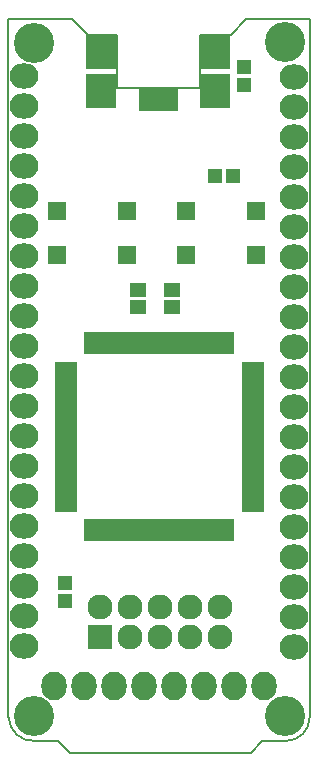
<source format=gbr>
G04 #@! TF.FileFunction,Soldermask,Top*
%FSLAX46Y46*%
G04 Gerber Fmt 4.6, Leading zero omitted, Abs format (unit mm)*
G04 Created by KiCad (PCBNEW 4.0.1-stable) date 10-Oct-16 12:47:22 PM*
%MOMM*%
G01*
G04 APERTURE LIST*
%ADD10C,0.100000*%
%ADD11C,0.150000*%
%ADD12C,3.400000*%
%ADD13O,2.127200X2.432000*%
%ADD14O,2.432000X2.127200*%
%ADD15R,2.127200X2.127200*%
%ADD16O,2.127200X2.127200*%
%ADD17R,0.800000X1.900000*%
%ADD18R,2.600000X2.900000*%
%ADD19R,1.197560X1.197560*%
%ADD20R,0.680000X1.900000*%
%ADD21R,1.900000X0.680000*%
%ADD22R,1.600000X1.500000*%
%ADD23R,1.400000X1.200000*%
G04 APERTURE END LIST*
D10*
D11*
X52800000Y-28900000D02*
X52800000Y-33400000D01*
X50300000Y-28900000D02*
X52800000Y-28900000D01*
X50200000Y-28800000D02*
X50300000Y-28900000D01*
X59800000Y-28900000D02*
X62400000Y-28900000D01*
X59800000Y-33400000D02*
X59800000Y-28900000D01*
X52800000Y-33400000D02*
X59800000Y-33400000D01*
X47800000Y-88700000D02*
X48800000Y-89700000D01*
X65100000Y-88700000D02*
X64100000Y-89700000D01*
X48800000Y-89700000D02*
X64100000Y-89700000D01*
X43600000Y-27600000D02*
X43600000Y-86700000D01*
X69100000Y-86700000D02*
X69100000Y-27600000D01*
X63700000Y-27600000D02*
X69100000Y-27600000D01*
X50200000Y-28800000D02*
X49000000Y-27600000D01*
X49000000Y-27600000D02*
X43600000Y-27600000D01*
X45800000Y-88700000D02*
X47800000Y-88700000D01*
X67100000Y-88700000D02*
X65100000Y-88700000D01*
X62400000Y-28900000D02*
X63700000Y-27600000D01*
X67100000Y-88700000D02*
G75*
G03X69100000Y-86700000I0J2000000D01*
G01*
X43600000Y-86700000D02*
G75*
G03X45800000Y-88700000I2100000J100000D01*
G01*
D12*
X67000000Y-86600000D03*
X67000000Y-29500000D03*
X45800000Y-29600000D03*
X45800000Y-86600000D03*
D13*
X65261328Y-84029329D03*
X62721328Y-84029329D03*
X60181328Y-84029329D03*
X57641328Y-84029329D03*
X55101328Y-84029329D03*
X52561328Y-84029329D03*
X50021328Y-84029329D03*
X47481328Y-84029329D03*
D14*
X67800000Y-32500000D03*
X67800000Y-35040000D03*
X67800000Y-37580000D03*
X67800000Y-40120000D03*
X67800000Y-42660000D03*
X67800000Y-45200000D03*
X67800000Y-47740000D03*
X67800000Y-50280000D03*
X67800000Y-52820000D03*
X67800000Y-55360000D03*
X67800000Y-57900000D03*
X67800000Y-60440000D03*
X67800000Y-62980000D03*
X67800000Y-65520000D03*
X67800000Y-68060000D03*
X67800000Y-70600000D03*
X67800000Y-73140000D03*
X67800000Y-75680000D03*
X67800000Y-78220000D03*
X67800000Y-80760000D03*
X44900000Y-32400000D03*
X44900000Y-34940000D03*
X44900000Y-37480000D03*
X44900000Y-40020000D03*
X44900000Y-42560000D03*
X44900000Y-45100000D03*
X44900000Y-47640000D03*
X44900000Y-50180000D03*
X44900000Y-52720000D03*
X44900000Y-55260000D03*
X44900000Y-57800000D03*
X44900000Y-60340000D03*
X44900000Y-62880000D03*
X44900000Y-65420000D03*
X44900000Y-67960000D03*
X44900000Y-70500000D03*
X44900000Y-73040000D03*
X44900000Y-75580000D03*
X44900000Y-78120000D03*
X44900000Y-80660000D03*
D15*
X51308000Y-79883000D03*
D16*
X51308000Y-77343000D03*
X53848000Y-79883000D03*
X53848000Y-77343000D03*
X56388000Y-79883000D03*
X56388000Y-77343000D03*
X58928000Y-79883000D03*
X58928000Y-77343000D03*
X61468000Y-79883000D03*
X61468000Y-77343000D03*
D17*
X57600000Y-34400000D03*
X56950000Y-34400000D03*
X56300000Y-34400000D03*
X55650000Y-34400000D03*
X55000000Y-34400000D03*
D18*
X61125000Y-33700000D03*
X61125000Y-30400000D03*
X51475000Y-33700000D03*
X51475000Y-30400000D03*
D19*
X61125100Y-40894000D03*
X62623700Y-40894000D03*
D20*
X62371328Y-55047328D03*
X61871328Y-55047328D03*
X61371328Y-55047328D03*
X60871328Y-55047328D03*
X60371328Y-55047328D03*
X59871328Y-55047328D03*
X59371328Y-55047328D03*
X58871328Y-55047328D03*
X58371328Y-55047328D03*
X57871328Y-55047328D03*
X57371328Y-55047328D03*
X56871328Y-55047328D03*
X56371328Y-55047328D03*
X55871328Y-55047328D03*
X55371328Y-55047328D03*
X54871328Y-55047328D03*
X54371328Y-55047328D03*
X53871328Y-55047328D03*
X53371328Y-55047328D03*
X52871328Y-55047328D03*
X52371328Y-55047328D03*
X51871328Y-55047328D03*
X51371328Y-55047328D03*
X50871328Y-55047328D03*
X50371328Y-55047328D03*
D21*
X48471328Y-56947328D03*
X48471328Y-57447328D03*
X48471328Y-57947328D03*
X48471328Y-58447328D03*
X48471328Y-58947328D03*
X48471328Y-59447328D03*
X48471328Y-59947328D03*
X48471328Y-60447328D03*
X48471328Y-60947328D03*
X48471328Y-61447328D03*
X48471328Y-61947328D03*
X48471328Y-62447328D03*
X48471328Y-62947328D03*
X48471328Y-63447328D03*
X48471328Y-63947328D03*
X48471328Y-64447328D03*
X48471328Y-64947328D03*
X48471328Y-65447328D03*
X48471328Y-65947328D03*
X48471328Y-66447328D03*
X48471328Y-66947328D03*
X48471328Y-67447328D03*
X48471328Y-67947328D03*
X48471328Y-68447328D03*
X48471328Y-68947328D03*
D20*
X50371328Y-70847328D03*
X50871328Y-70847328D03*
X51371328Y-70847328D03*
X51871328Y-70847328D03*
X52371328Y-70847328D03*
X52871328Y-70847328D03*
X53371328Y-70847328D03*
X53871328Y-70847328D03*
X54371328Y-70847328D03*
X54871328Y-70847328D03*
X55371328Y-70847328D03*
X55871328Y-70847328D03*
X56371328Y-70847328D03*
X56871328Y-70847328D03*
X57371328Y-70847328D03*
X57871328Y-70847328D03*
X58371328Y-70847328D03*
X58871328Y-70847328D03*
X59371328Y-70847328D03*
X59871328Y-70847328D03*
X60371328Y-70847328D03*
X60871328Y-70847328D03*
X61371328Y-70847328D03*
X61871328Y-70847328D03*
X62371328Y-70847328D03*
D21*
X64271328Y-68947328D03*
X64271328Y-68447328D03*
X64271328Y-67947328D03*
X64271328Y-67447328D03*
X64271328Y-66947328D03*
X64271328Y-66447328D03*
X64271328Y-65947328D03*
X64271328Y-65447328D03*
X64271328Y-64947328D03*
X64271328Y-64447328D03*
X64271328Y-63947328D03*
X64271328Y-63447328D03*
X64271328Y-62947328D03*
X64271328Y-62447328D03*
X64271328Y-61947328D03*
X64271328Y-61447328D03*
X64271328Y-60947328D03*
X64271328Y-60447328D03*
X64271328Y-59947328D03*
X64271328Y-59447328D03*
X64271328Y-58947328D03*
X64271328Y-58447328D03*
X64271328Y-57947328D03*
X64271328Y-57447328D03*
X64271328Y-56947328D03*
D19*
X63546828Y-33153128D03*
X63546828Y-31654528D03*
X48387000Y-76822300D03*
X48387000Y-75323700D03*
D22*
X58595260Y-43870880D03*
X64594740Y-47569120D03*
X58595260Y-47569120D03*
X64594740Y-43870880D03*
X47673260Y-43870880D03*
X53672740Y-47569120D03*
X47673260Y-47569120D03*
X53672740Y-43870880D03*
D23*
X54582400Y-51969700D03*
X57482400Y-51969700D03*
X54582400Y-50544700D03*
X57482400Y-50544700D03*
M02*

</source>
